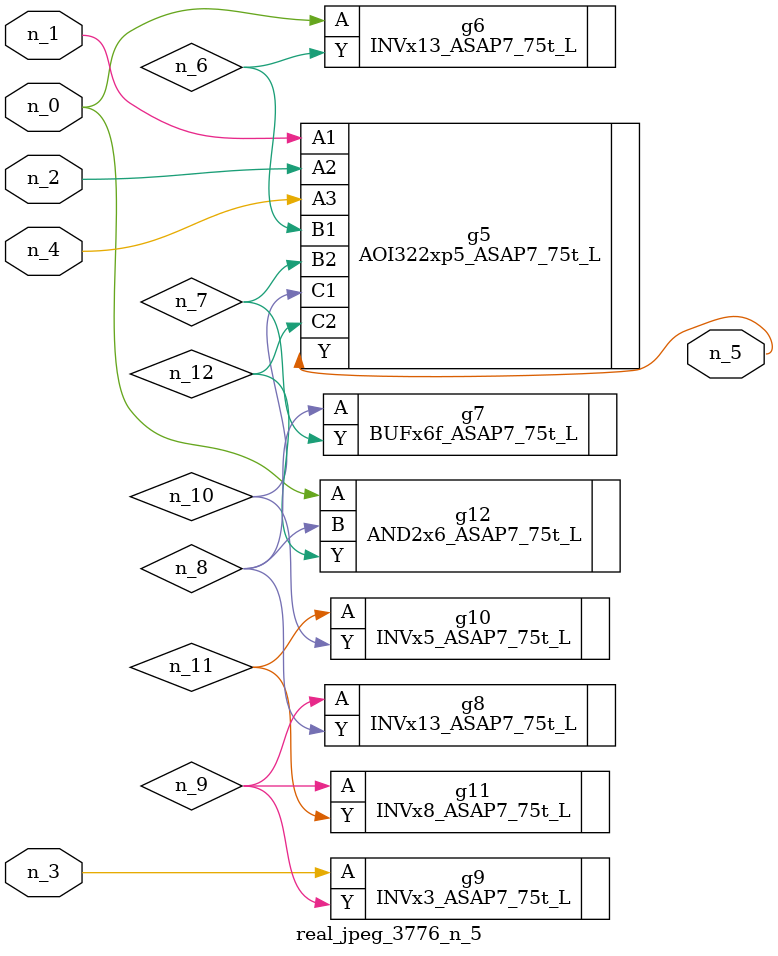
<source format=v>
module real_jpeg_3776_n_5 (n_4, n_0, n_1, n_2, n_3, n_5);

input n_4;
input n_0;
input n_1;
input n_2;
input n_3;

output n_5;

wire n_12;
wire n_8;
wire n_11;
wire n_6;
wire n_7;
wire n_10;
wire n_9;

INVx13_ASAP7_75t_L g6 ( 
.A(n_0),
.Y(n_6)
);

AND2x6_ASAP7_75t_L g12 ( 
.A(n_0),
.B(n_8),
.Y(n_12)
);

AOI322xp5_ASAP7_75t_L g5 ( 
.A1(n_1),
.A2(n_2),
.A3(n_4),
.B1(n_6),
.B2(n_7),
.C1(n_10),
.C2(n_12),
.Y(n_5)
);

INVx3_ASAP7_75t_L g9 ( 
.A(n_3),
.Y(n_9)
);

BUFx6f_ASAP7_75t_L g7 ( 
.A(n_8),
.Y(n_7)
);

INVx13_ASAP7_75t_L g8 ( 
.A(n_9),
.Y(n_8)
);

INVx8_ASAP7_75t_L g11 ( 
.A(n_9),
.Y(n_11)
);

INVx5_ASAP7_75t_L g10 ( 
.A(n_11),
.Y(n_10)
);


endmodule
</source>
